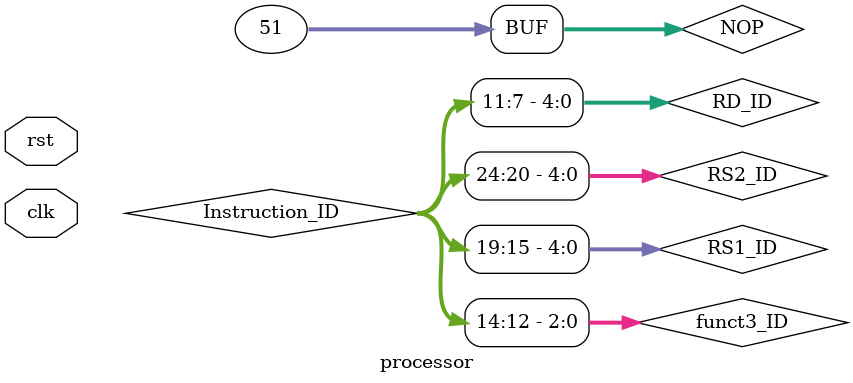
<source format=v>
`timescale 1ns / 1ps
/*******************************************************************
* Module: processor.v
* Project: Arch-Project-1
* Authors: Nadine Safwat nadine.hkm@aucegypt.edu
           Nour Kasaby N.Kasaby@aucegypt.edu
* Description: Will create all the need wires and will call the 
               modules and pass in the required signals/ wires 
* Change history: 17/10/23 – Created module in lab
                  03/11/23 -  edited module to include all instructions
**********************************************************************/


module processor(
    input clk,
    input rst
    );
    
    reg [7:0] PC_IF;
    wire [7:0] PC_ID;
    wire [7:0] PC_EX;
    wire [7:0] PC_MEM;
    wire [7:0] PC_WB;
    reg [31:0] Instruction_IF;
    wire [31:0] Instruction_ID;
    
    wire Zflag_EX;
    wire Sflag_EX;
    wire Vflag_EX;
    wire Cflag_EX;
    wire Zflag_MEM;
    wire Sflag_MEM;
    wire Vflag_MEM;
    wire Cflag_MEM;
    
    wire RegWrite_ID;
    wire [1:0] regWriteSel_ID;
    wire RegWrite_EX;
    wire [1:0] regWriteSel_EX;
    wire RegWrite_MEM;
    wire [1:0] regWriteSel_MEM;
    wire RegWrite_WB;
    wire [1:0] regWriteSel_WB;
    
    wire Jump_ID;
    wire Branch_ID;
    wire MemRead_ID;
    wire MemWrite_ID;
    wire Jump_EX;
    wire Branch_EX;
    wire MemRead_EX;
    wire MemWrite_EX;
    wire Jump_MEM;
    wire Branch_MEM;
    wire MemRead_MEM;
    wire MemWrite_MEM;
    
    wire [1:0] ALUop_ID;
    wire ALUsrc1_ID;
    wire ALUsrc2_ID;
    wire [1:0] ALUop_EX;
    wire ALUsrc1_EX;
    wire ALUsrc2_EX;
    
    wire BranchAnd;
    wire PCen;
    wire [3:0] ALUsel;
    
    wire [4:0] RS1_ID;
    wire [4:0] RS2_ID;
    wire [4:0] RD_ID;
    wire [4:0] RS1_EX;
    wire [4:0] RS2_EX;
    wire [4:0] RD_EX;
    wire [4:0] RD_MEM;
    wire [4:0] RD_WB;
    
    wire [31:0] ReadData1_ID;
    wire [31:0] ReadData2_ID;
    wire [31:0] ReadData1_EX;
    wire [31:0] ReadData2_EX;
    wire [31:0] ReadData2_MEM;
    
    wire [31:0] Immediate_ID;
    wire [31:0] Immediate_EX;
    wire [31:0] Immediate_MEM;
    wire [31:0] Immediate_WB;
    reg [31:0] ALU_A;
    reg [31:0] ALU_B_EX;
    wire[31:0] ALU_B_MEM;
    wire [31:0] ALU_B_In;
    wire [31:0] ALU_out_EX;
    wire [31:0] ALU_out_MEM;
    wire [31:0] ALU_out_WB;
    reg [31:0] Mem_out_MEM;
    wire [31:0] Mem_out_WB;
    reg [31:0] writeDataReg;

    wire[2:0] funct3_ID;
    wire funct7_ID;
    wire[2:0] funct3_EX;
    wire funct7_EX;
    wire[2:0] funct3_MEM;
    
    wire [6:0] target_address_EX;
    wire [6:0] target_address_MEM;

    reg ReadMem;
    reg [2:0] bitsRead;
    reg WriteMem;
    reg [7:0] addr;
    wire [31:0] data_out_mem;
    
    wire Stall;
    wire [10:0] Stall_Needed;
    
    wire [1:0] Forward_A;
    wire [1:0] Forward_B;
    
    wire [31:0] NOP; 
    wire [31:0] flush_Needed_Inst;
    wire [6:0] flush_Needed_EX;
    
    wire Using_Mem;
    wire compressed; 
    
    wire [31:0] decompressedInstruction;
    
    assign Using_Mem = (MemWrite_MEM || MemRead_MEM);
    assign compressed = ~(Instruction_IF[1:0] == 2'b11);
   
    
    assign NOP = 32'b00000000000000000000000000110011 ; //add x0, x0, x0 
    
    assign Stall_Needed = (Jump_MEM || BranchAnd || Stall) ? 11'b0 : {Jump_ID,Branch_ID, MemRead_ID,regWriteSel_ID,MemWrite_ID,ALUsrc1_ID,ALUsrc2_ID, RegWrite_ID, ALUop_ID};
    assign flush_Needed_EX = (Jump_MEM || BranchAnd) ? 7'b0 : {Jump_EX, Branch_EX, MemRead_EX, regWriteSel_EX, MemWrite_EX, RegWrite_EX};
    assign flush_Needed_Inst = (Using_Mem || Jump_MEM || BranchAnd) ? NOP : Instruction_IF;

    assign target_address_EX = (PC_EX + Immediate_EX)%256;
    assign RS1_ID = Instruction_ID[19:15];
    assign RS2_ID = Instruction_ID[24:20];
    assign RD_ID = Instruction_ID[11:7];
    
    assign funct3_ID = Instruction_ID[14:12];
    assign funct7_ID = ({funct3_ID,Instruction_ID[6:2]} == 8'b00000100) ? 1'b0: Instruction_ID[30];

    assign PCen = (Using_Mem || Stall || ({Instruction_IF[20],Instruction_IF[6:0]} == 8'b11110011)) ? 1'b0: 1'b1;

    always@(*) begin
        case(regWriteSel_WB)
            2'b00: writeDataReg = ALU_out_WB;
            2'b01: writeDataReg = Mem_out_WB;
            2'b10: writeDataReg = PC_WB + 4;
            2'b11: writeDataReg = Immediate_WB;
        endcase
    end 
    
    always @(*) begin
    case(Forward_A)
         2'b00: ALU_A = ALUsrc1_EX ? PC_EX : ReadData1_EX; 
         2'b01: ALU_A = writeDataReg;
         2'b10: ALU_A = ALU_out_MEM;
         default: ALU_A = 32'b0;
    endcase
    end

    always @(*) begin
        case(Forward_B)
             2'b00: ALU_B_EX = ReadData2_EX; 
             2'b01: ALU_B_EX = writeDataReg;
             2'b10: ALU_B_EX = ALU_out_MEM;
             default: ALU_B_EX = 32'b0;
        endcase
    end 
    
    assign ALU_B_In = ALUsrc2_EX ? Immediate_EX : ALU_B_EX;
    
    always @(*) begin
        case(Using_Mem) 
            1'b0: begin 
                ReadMem = 1'b1;
                bitsRead = 3'b010;
                WriteMem = 1'b0;
                addr = PC_IF;
                Instruction_IF = data_out_mem;
            end
           1'b1:  begin 
                ReadMem = MemRead_MEM;
                bitsRead = funct3_MEM;
                WriteMem = MemWrite_MEM;
                addr = ALU_out_MEM[7:0]+84;
                Mem_out_MEM = data_out_mem;
            end 
           default: begin 
                ReadMem = 1'b0;
                bitsRead = 3'b000;
                WriteMem = 1'b0;
                addr = 8'b0;
                Mem_out_MEM = 32'b0;
                Instruction_IF = 32'b0;
            end           
        endcase
    end  
    
        always @(*) begin
             Instruction_IF = compressed ? decompressedInstruction : Instruction_IF;
          end
    
    Register_Posedge #(40) IF_ID (.clk(clk), .rst(rst), .Load(~Stall), .D({PC_IF, flush_Needed_Inst}), 
                                                                     .Q({PC_ID, Instruction_ID}));

    Register_Posedge #(134) ID_EX (.clk(clk), .rst(rst), .Load(1'b1), .D({Stall_Needed, PC_ID, ReadData1_ID, ReadData2_ID, Immediate_ID, funct7_ID, funct3_ID, RS1_ID,RS2_ID,RD_ID}), 
                                                                      .Q({Jump_EX,Branch_EX, MemRead_EX,regWriteSel_EX,MemWrite_EX,ALUsrc1_EX,ALUsrc2_EX, RegWrite_EX, ALUop_EX, PC_EX, ReadData1_EX, ReadData2_EX, Immediate_EX, funct7_EX, funct3_EX, RS1_EX,RS2_EX,RD_EX}));
    
    Register_Posedge #(162) EX_MEM (.clk(clk), .rst(rst), .Load(1'b1), .D({flush_Needed_EX, target_address_EX, Zflag_EX, Cflag_EX, Vflag_EX , Sflag_EX, ALU_out_EX, ReadData2_EX, RD_EX,PC_EX, Immediate_EX, funct3_EX, ALU_B_EX}), 
                                                                      .Q({Jump_MEM, Branch_MEM, MemRead_MEM, regWriteSel_MEM, MemWrite_MEM, RegWrite_MEM, target_address_MEM, Zflag_MEM, Cflag_MEM, Vflag_MEM , Sflag_MEM, ALU_out_MEM, ReadData2_MEM, RD_MEM,PC_MEM, Immediate_MEM, funct3_MEM, ALU_B_MEM}));

    Register_Posedge #(112) MEM_WB (.clk(clk), .rst(rst), .Load(1'b1), .D({RegWrite_MEM, regWriteSel_MEM, Mem_out_MEM, ALU_out_MEM, RD_MEM,PC_MEM, Immediate_MEM}), 
                                                                      .Q({RegWrite_WB, regWriteSel_WB, Mem_out_WB, ALU_out_WB, RD_WB,PC_WB, Immediate_WB}));
    
//    InstMem IM(.addr(PC_IF), .data_out(Instruction_IF));
    decompressor d (.compressedInstruction(Instruction_IF[15:0]), .decompressedInstruction(decompressedInstruction) );
    Stalling_Unit SU(.RS1_ID(RS1_ID),.RS2_ID(RS2_ID), .RD_EX(RD_EX), .MemRead_EX(MemRead_EX), .Stall(Stall));    
    Control_Unit CU(.opcode(Instruction_ID[6:2]), .branch(Branch_ID), .Jump(Jump_ID), .MemRead(MemRead_ID), .regWriteSel(regWriteSel_ID), . MemWrite(MemWrite_ID), .ALUSrc1(ALUsrc1_ID), .ALUSrc2(ALUsrc2_ID), .RegWrite(RegWrite_ID), .ALUOp(ALUop_ID));
    RegFile RF(.clk(clk), .rst(rst), .RS1(RS1_ID), .RS2(RS2_ID), .RD(RD_WB), .regWrite(RegWrite_WB), .writeData(writeDataReg), .readData1(ReadData1_ID), .readData2(ReadData2_ID));
    ImmGen IG(.inst(Instruction_ID), .gen_out(Immediate_ID));
    ALU_Control_Unit ALUCU(.funct3(funct3_EX), .funct7(funct7_EX), .ALUop(ALUop_EX), .ALUSel(ALUsel));
    Forwarding_Unit FU(.RS1_EX(RS1_EX), .RS2_EX(RS2_EX), .RD_MEM(RD_MEM), .RD_WB(RD_WB), .RegWrite_MEM(RegWrite_MEM), .RegWrite_WB(RegWrite_WB), .Forward_A(Forward_A), .Forward_B(Forward_B));
    ALU alu (.A(ALU_A), .B (ALU_B_In),.S(ALUsel),.Zflag(Zflag_EX), .Cflag(Cflag_EX), .Sflag(Sflag_EX), .Vflag(Vflag_EX), .ALU_out(ALU_out_EX));
    Branch_Control_Unit BCU (.funct3(funct3_MEM), .Zflag(Zflag_MEM), .Sflag(Sflag_MEM), .Vflag(Vflag_MEM), .Cflag(Cflag_MEM), .Branch(Branch_MEM), .BranchAnd(BranchAnd));
//    Memory Mem(.clk(clk), .MemRead(MemRead_MEM), .funct3(funct3_MEM), .MemWrite(MemWrite_MEM), .addr(ALU_out_MEM[7:0]), .data_in(ALU_B_MEM), .data_out(Mem_out_MEM));
    Memory Mem(.clk(clk), .MemRead(ReadMem), .funct3(bitsRead), .MemWrite(WriteMem), .addr(addr), .data_in(ALU_B_MEM), .data_out(data_out_mem));
    
    always @ (posedge clk or posedge rst) begin
        if(rst == 1)
            PC_IF <= 0;
        else begin
            if(BranchAnd) 
                PC_IF <= target_address_MEM;
            else if(Jump_MEM)
                PC_IF <= ALU_out_MEM;
            else if (PCen == 0)
                PC_IF <= PC_IF;
            else 
                if(compressed)
                    PC_IF <= PC_IF + 2;
                else
                    PC_IF <= PC_IF + 4;
       end   
    end

endmodule

</source>
